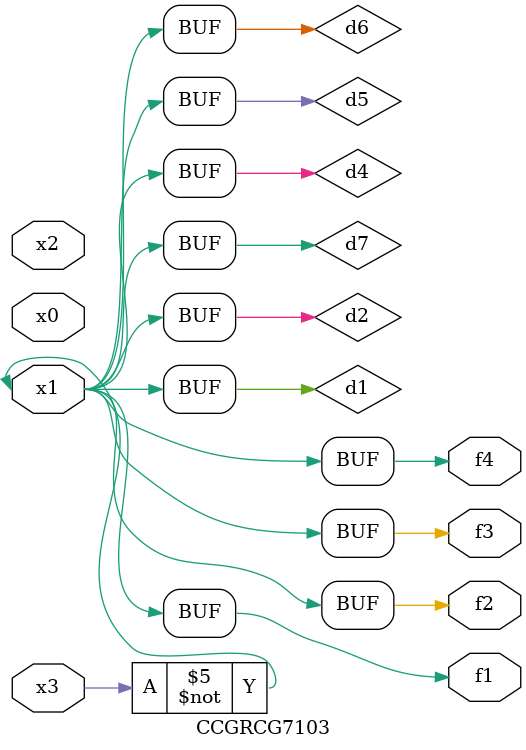
<source format=v>
module CCGRCG7103(
	input x0, x1, x2, x3,
	output f1, f2, f3, f4
);

	wire d1, d2, d3, d4, d5, d6, d7;

	not (d1, x3);
	buf (d2, x1);
	xnor (d3, d1, d2);
	nor (d4, d1);
	buf (d5, d1, d2);
	buf (d6, d4, d5);
	nand (d7, d4);
	assign f1 = d6;
	assign f2 = d7;
	assign f3 = d6;
	assign f4 = d6;
endmodule

</source>
